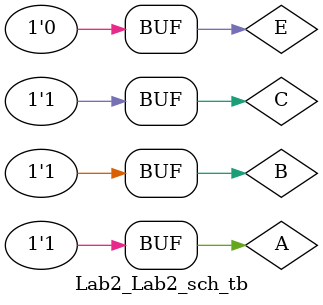
<source format=v>

`timescale 1ns / 1ps

module Lab2_Lab2_sch_tb();

// Inputs
   reg B;
   reg C;
   reg A;
   reg E;

// Output
   wire d0;
   wire d1;
   wire d2;
   wire d3;
   wire d4;
   wire d5;
   wire d6;
   wire d7;

// Bidirs

// Instantiate the UUT
   Lab2 UUT (
		.B(B), 
		.C(C), 
		.A(A), 
		.E(E), 
		.d0(d0), 
		.d1(d1), 
		.d2(d2), 
		.d3(d3), 
		.d4(d4), 
		.d5(d5), 
		.d6(d6), 
		.d7(d7)
   );
initial begin
	E = 0;
	A = 0;
	B = 0;
	C = 0;
	#100
	$display("TC1");
	if(d0 != 1'b1)$display("Result is wrong");
	
	A = 0;
	B = 0;
	C = 1;
	#100
	$display("TC2");
	if(d1 != 1'b1)$display("Result is wrong");
	
	A = 0;
	B = 1;
	C = 0;
	#100
	$display("TC3");
	if(d2 != 1'b1)$display("Result is wrong");
	
	A = 0;
	B = 1;
	C = 1;
	#100
	$display("TC4");
	if(d3 != 1'b1)$display("Result is wrong");
	
	A = 1;
	B = 0;
	C = 0;
	#100
	$display("TC5");
	if(d4 != 1'b1)$display("Result is wrong");
	
	A = 1;
	B = 0;
	C = 1;
	#100
	$display("TC6");
	if(d5 != 1'b1)$display("Result is wrong");
	
	A = 1;
	B = 1;
	C = 0;
	#100
	$display("TC7");
	if(d6 != 1'b1)$display("Result is wrong");
	
	A = 1;
	B = 1;
	C = 1;
	#100
	$display("TC8");
	if(d7 != 1'b1)$display("Result is wrong");
	
end
	
	
endmodule

</source>
